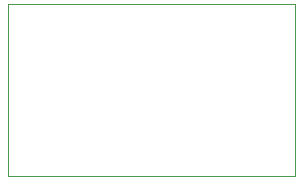
<source format=gm1>
G04 #@! TF.GenerationSoftware,KiCad,Pcbnew,(7.0.0)*
G04 #@! TF.CreationDate,2023-10-24T10:40:17-04:00*
G04 #@! TF.ProjectId,Adc Adapter,41646320-4164-4617-9074-65722e6b6963,rev?*
G04 #@! TF.SameCoordinates,Original*
G04 #@! TF.FileFunction,Profile,NP*
%FSLAX46Y46*%
G04 Gerber Fmt 4.6, Leading zero omitted, Abs format (unit mm)*
G04 Created by KiCad (PCBNEW (7.0.0)) date 2023-10-24 10:40:17*
%MOMM*%
%LPD*%
G01*
G04 APERTURE LIST*
G04 #@! TA.AperFunction,Profile*
%ADD10C,0.100000*%
G04 #@! TD*
G04 APERTURE END LIST*
D10*
X104876600Y-59994800D02*
X129209800Y-59994800D01*
X129209800Y-59994800D02*
X129209800Y-74523600D01*
X129209800Y-74523600D02*
X104876600Y-74523600D01*
X104876600Y-74523600D02*
X104876600Y-59994800D01*
M02*

</source>
